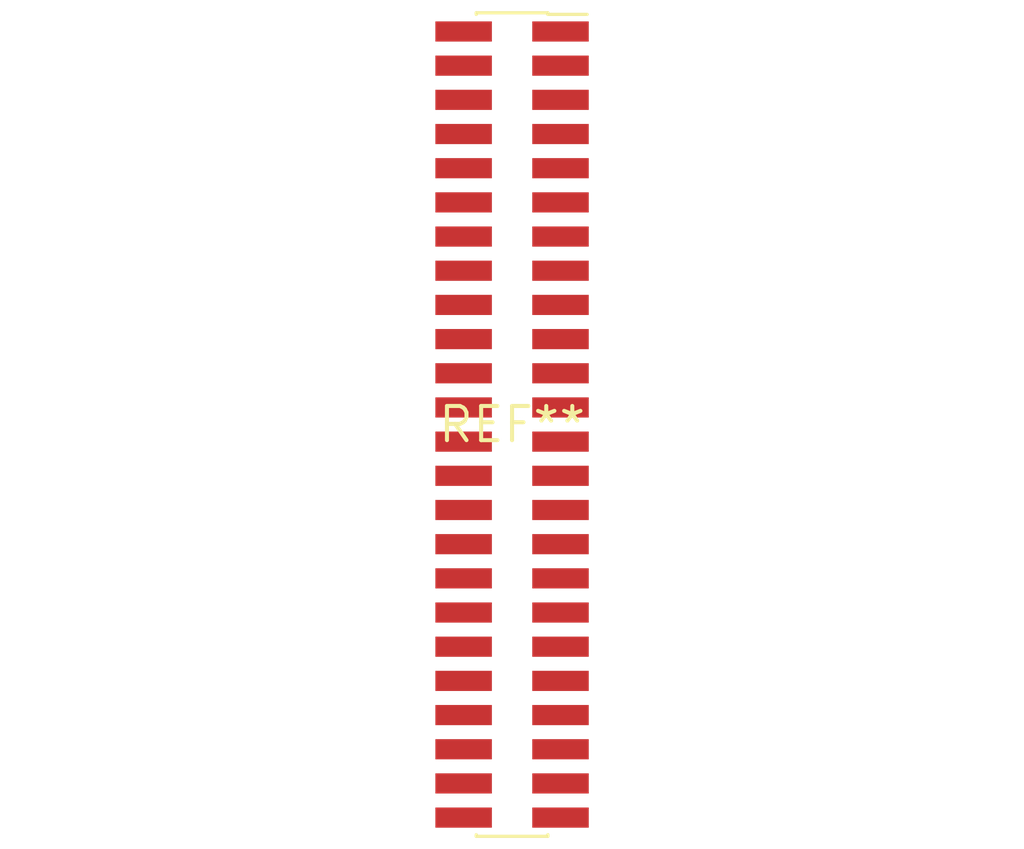
<source format=kicad_pcb>
(kicad_pcb (version 20240108) (generator pcbnew)
  (layers (0 "F.Cu" signal) (31 "B.Cu" signal) (34 "B.Paste" user) (35 "F.Paste" user) (36 "B.SilkS" user "B.Silkscreen") (37 "F.SilkS" user "F.Silkscreen") (38 "B.Mask" user) (39 "F.Mask" user) (44 "Edge.Cuts" user))
  (net 0 "")
  (footprint "PinSocket_2x24_P1.27mm_Vertical_SMD" (layer "F.Cu") (at 0 0)
    (property "Reference" "REF**")
    (property "Value" "PinSocket_2x24_P1.27mm_Vertical_SMD")
    (fp_line (start -1.33 -15.3) (end -1.33 -15.24) (layer "F.SilkS") (stroke (width 0.12)))
    (fp_line (start -1.33 -15.3) (end 1.33 -15.3) (layer "F.SilkS") (stroke (width 0.12)))
    (fp_line (start -1.33 15.24) (end -1.33 15.3) (layer "F.SilkS") (stroke (width 0.12)))
    (fp_line (start -1.33 15.3) (end 1.33 15.3) (layer "F.SilkS") (stroke (width 0.12)))
    (fp_line (start 1.33 -15.3) (end 1.33 -15.24) (layer "F.SilkS") (stroke (width 0.12)))
    (fp_line (start 1.33 -15.24) (end 2.79 -15.24) (layer "F.SilkS") (stroke (width 0.12)))
    (fp_line (start 1.33 15.24) (end 1.33 15.3) (layer "F.SilkS") (stroke (width 0.12)))
    (pad "1" smd rect (at 1.8 -14.605) (size 2.1 0.75) (layers "F.Cu" "F.Paste" "F.Mask"))
    (pad "2" smd rect (at -1.8 -14.605) (size 2.1 0.75) (layers "F.Cu" "F.Paste" "F.Mask"))
    (pad "3" smd rect (at 1.8 -13.335) (size 2.1 0.75) (layers "F.Cu" "F.Paste" "F.Mask"))
    (pad "4" smd rect (at -1.8 -13.335) (size 2.1 0.75) (layers "F.Cu" "F.Paste" "F.Mask"))
    (pad "5" smd rect (at 1.8 -12.065) (size 2.1 0.75) (layers "F.Cu" "F.Paste" "F.Mask"))
    (pad "6" smd rect (at -1.8 -12.065) (size 2.1 0.75) (layers "F.Cu" "F.Paste" "F.Mask"))
    (pad "7" smd rect (at 1.8 -10.795) (size 2.1 0.75) (layers "F.Cu" "F.Paste" "F.Mask"))
    (pad "8" smd rect (at -1.8 -10.795) (size 2.1 0.75) (layers "F.Cu" "F.Paste" "F.Mask"))
    (pad "9" smd rect (at 1.8 -9.525) (size 2.1 0.75) (layers "F.Cu" "F.Paste" "F.Mask"))
    (pad "10" smd rect (at -1.8 -9.525) (size 2.1 0.75) (layers "F.Cu" "F.Paste" "F.Mask"))
    (pad "11" smd rect (at 1.8 -8.255) (size 2.1 0.75) (layers "F.Cu" "F.Paste" "F.Mask"))
    (pad "12" smd rect (at -1.8 -8.255) (size 2.1 0.75) (layers "F.Cu" "F.Paste" "F.Mask"))
    (pad "13" smd rect (at 1.8 -6.985) (size 2.1 0.75) (layers "F.Cu" "F.Paste" "F.Mask"))
    (pad "14" smd rect (at -1.8 -6.985) (size 2.1 0.75) (layers "F.Cu" "F.Paste" "F.Mask"))
    (pad "15" smd rect (at 1.8 -5.715) (size 2.1 0.75) (layers "F.Cu" "F.Paste" "F.Mask"))
    (pad "16" smd rect (at -1.8 -5.715) (size 2.1 0.75) (layers "F.Cu" "F.Paste" "F.Mask"))
    (pad "17" smd rect (at 1.8 -4.445) (size 2.1 0.75) (layers "F.Cu" "F.Paste" "F.Mask"))
    (pad "18" smd rect (at -1.8 -4.445) (size 2.1 0.75) (layers "F.Cu" "F.Paste" "F.Mask"))
    (pad "19" smd rect (at 1.8 -3.175) (size 2.1 0.75) (layers "F.Cu" "F.Paste" "F.Mask"))
    (pad "20" smd rect (at -1.8 -3.175) (size 2.1 0.75) (layers "F.Cu" "F.Paste" "F.Mask"))
    (pad "21" smd rect (at 1.8 -1.905) (size 2.1 0.75) (layers "F.Cu" "F.Paste" "F.Mask"))
    (pad "22" smd rect (at -1.8 -1.905) (size 2.1 0.75) (layers "F.Cu" "F.Paste" "F.Mask"))
    (pad "23" smd rect (at 1.8 -0.635) (size 2.1 0.75) (layers "F.Cu" "F.Paste" "F.Mask"))
    (pad "24" smd rect (at -1.8 -0.635) (size 2.1 0.75) (layers "F.Cu" "F.Paste" "F.Mask"))
    (pad "25" smd rect (at 1.8 0.635) (size 2.1 0.75) (layers "F.Cu" "F.Paste" "F.Mask"))
    (pad "26" smd rect (at -1.8 0.635) (size 2.1 0.75) (layers "F.Cu" "F.Paste" "F.Mask"))
    (pad "27" smd rect (at 1.8 1.905) (size 2.1 0.75) (layers "F.Cu" "F.Paste" "F.Mask"))
    (pad "28" smd rect (at -1.8 1.905) (size 2.1 0.75) (layers "F.Cu" "F.Paste" "F.Mask"))
    (pad "29" smd rect (at 1.8 3.175) (size 2.1 0.75) (layers "F.Cu" "F.Paste" "F.Mask"))
    (pad "30" smd rect (at -1.8 3.175) (size 2.1 0.75) (layers "F.Cu" "F.Paste" "F.Mask"))
    (pad "31" smd rect (at 1.8 4.445) (size 2.1 0.75) (layers "F.Cu" "F.Paste" "F.Mask"))
    (pad "32" smd rect (at -1.8 4.445) (size 2.1 0.75) (layers "F.Cu" "F.Paste" "F.Mask"))
    (pad "33" smd rect (at 1.8 5.715) (size 2.1 0.75) (layers "F.Cu" "F.Paste" "F.Mask"))
    (pad "34" smd rect (at -1.8 5.715) (size 2.1 0.75) (layers "F.Cu" "F.Paste" "F.Mask"))
    (pad "35" smd rect (at 1.8 6.985) (size 2.1 0.75) (layers "F.Cu" "F.Paste" "F.Mask"))
    (pad "36" smd rect (at -1.8 6.985) (size 2.1 0.75) (layers "F.Cu" "F.Paste" "F.Mask"))
    (pad "37" smd rect (at 1.8 8.255) (size 2.1 0.75) (layers "F.Cu" "F.Paste" "F.Mask"))
    (pad "38" smd rect (at -1.8 8.255) (size 2.1 0.75) (layers "F.Cu" "F.Paste" "F.Mask"))
    (pad "39" smd rect (at 1.8 9.525) (size 2.1 0.75) (layers "F.Cu" "F.Paste" "F.Mask"))
    (pad "40" smd rect (at -1.8 9.525) (size 2.1 0.75) (layers "F.Cu" "F.Paste" "F.Mask"))
    (pad "41" smd rect (at 1.8 10.795) (size 2.1 0.75) (layers "F.Cu" "F.Paste" "F.Mask"))
    (pad "42" smd rect (at -1.8 10.795) (size 2.1 0.75) (layers "F.Cu" "F.Paste" "F.Mask"))
    (pad "43" smd rect (at 1.8 12.065) (size 2.1 0.75) (layers "F.Cu" "F.Paste" "F.Mask"))
    (pad "44" smd rect (at -1.8 12.065) (size 2.1 0.75) (layers "F.Cu" "F.Paste" "F.Mask"))
    (pad "45" smd rect (at 1.8 13.335) (size 2.1 0.75) (layers "F.Cu" "F.Paste" "F.Mask"))
    (pad "46" smd rect (at -1.8 13.335) (size 2.1 0.75) (layers "F.Cu" "F.Paste" "F.Mask"))
    (pad "47" smd rect (at 1.8 14.605) (size 2.1 0.75) (layers "F.Cu" "F.Paste" "F.Mask"))
    (pad "48" smd rect (at -1.8 14.605) (size 2.1 0.75) (layers "F.Cu" "F.Paste" "F.Mask"))
  )
)
</source>
